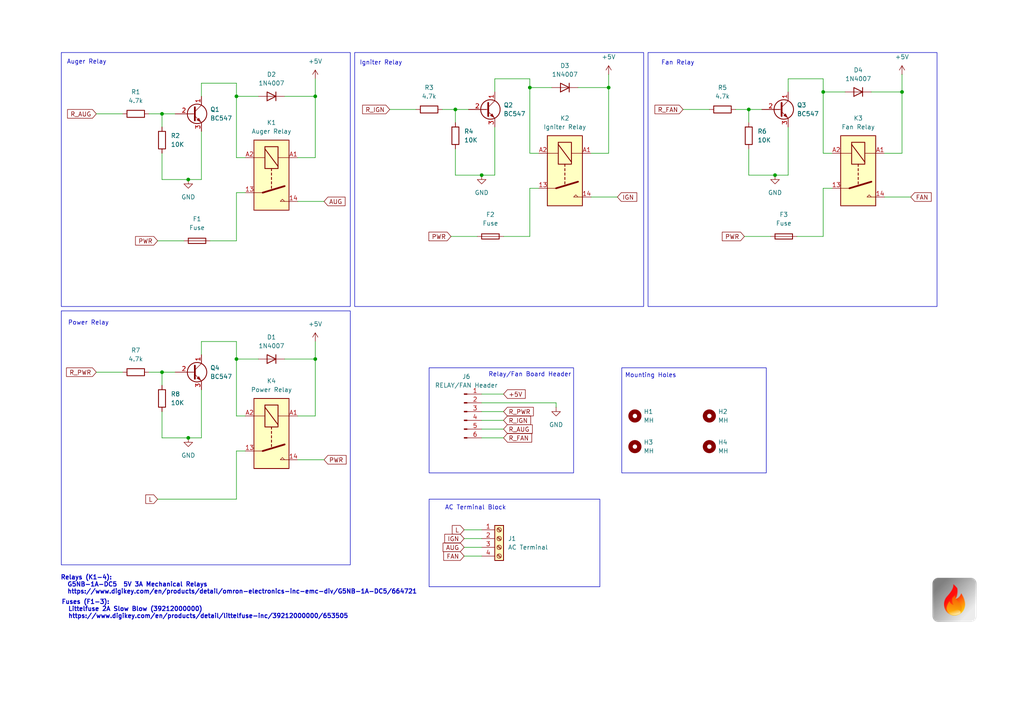
<source format=kicad_sch>
(kicad_sch (version 20231120) (generator "eeschema") (generator_version "8.0")
  (paper "A4")
  (title_block (title "PiFire Relay Module") (date "2024-05-09") (rev "v1.0.2") (company "PiFire") (comment 1 "https://github.com/nebhead/pifire") (comment 2 "Ben Parmeter"))
  (lib_symbols
    (symbol "Connector:Conn_01x06_Pin" (pin_names (offset 1.016) hide)
      (property "Reference" "J" (at 0 7.62 0))
      (property "Value" "Conn_01x06_Pin" (at 0 -10.16 0))
      (symbol "Conn_01x06_Pin_1_1"
        (polyline (pts (xy 1.27 -7.62) (xy 0.8636 -7.62)) (stroke (width 0.1524)))
        (polyline (pts (xy 1.27 -5.08) (xy 0.8636 -5.08)) (stroke (width 0.1524)))
        (polyline (pts (xy 1.27 -2.54) (xy 0.8636 -2.54)) (stroke (width 0.1524)))
        (polyline (pts (xy 1.27 0) (xy 0.8636 0)) (stroke (width 0.1524)))
        (polyline (pts (xy 1.27 2.54) (xy 0.8636 2.54)) (stroke (width 0.1524)))
        (polyline (pts (xy 1.27 5.08) (xy 0.8636 5.08)) (stroke (width 0.1524)))
        (rectangle (start 0.8636 -7.493) (end 0 -7.747) (stroke (width 0.1524)) (fill (type outline)))
        (rectangle (start 0.8636 -4.953) (end 0 -5.207) (stroke (width 0.1524)) (fill (type outline)))
        (rectangle (start 0.8636 -2.413) (end 0 -2.667) (stroke (width 0.1524)) (fill (type outline)))
        (rectangle (start 0.8636 0.127) (end 0 -0.127) (stroke (width 0.1524)) (fill (type outline)))
        (rectangle (start 0.8636 2.667) (end 0 2.413) (stroke (width 0.1524)) (fill (type outline)))
        (rectangle (start 0.8636 5.207) (end 0 4.953) (stroke (width 0.1524)) (fill (type outline)))
        (pin passive line (at 5.08 5.08 180) (length 3.81) (name "Pin_1") (number "1"))
        (pin passive line (at 5.08 2.54 180) (length 3.81) (name "Pin_2") (number "2"))
        (pin passive line (at 5.08 0 180) (length 3.81) (name "Pin_3") (number "3"))
        (pin passive line (at 5.08 -2.54 180) (length 3.81) (name "Pin_4") (number "4"))
        (pin passive line (at 5.08 -5.08 180) (length 3.81) (name "Pin_5") (number "5"))
        (pin passive line (at 5.08 -7.62 180) (length 3.81) (name "Pin_6") (number "6"))
      )
    )
    (symbol "Connector:Screw_Terminal_01x04" (pin_names (offset 1.016) hide)
      (property "Reference" "J" (at 0 5.08 0))
      (property "Value" "Screw_Terminal_01x04" (at 0 -7.62 0))
      (symbol "Screw_Terminal_01x04_1_1"
        (rectangle (start -1.27 3.81) (end 1.27 -6.35) (stroke (width 0.254)) (fill (type background)))
        (circle (center 0 -5.08) (radius 0.635) (stroke (width 0.1524)))
        (circle (center 0 -2.54) (radius 0.635) (stroke (width 0.1524)))
        (polyline (pts (xy -0.5334 -4.7498) (xy 0.3302 -5.588)) (stroke (width 0.1524)))
        (polyline (pts (xy -0.5334 -2.2098) (xy 0.3302 -3.048)) (stroke (width 0.1524)))
        (polyline (pts (xy -0.5334 0.3302) (xy 0.3302 -0.508)) (stroke (width 0.1524)))
        (polyline (pts (xy -0.5334 2.8702) (xy 0.3302 2.032)) (stroke (width 0.1524)))
        (polyline (pts (xy -0.3556 -4.572) (xy 0.508 -5.4102)) (stroke (width 0.1524)))
        (polyline (pts (xy -0.3556 -2.032) (xy 0.508 -2.8702)) (stroke (width 0.1524)))
        (polyline (pts (xy -0.3556 0.508) (xy 0.508 -0.3302)) (stroke (width 0.1524)))
        (polyline (pts (xy -0.3556 3.048) (xy 0.508 2.2098)) (stroke (width 0.1524)))
        (circle (center 0 0) (radius 0.635) (stroke (width 0.1524)))
        (circle (center 0 2.54) (radius 0.635) (stroke (width 0.1524)))
        (pin passive line (at -5.08 2.54 0) (length 3.81) (name "Pin_1") (number "1"))
        (pin passive line (at -5.08 0 0) (length 3.81) (name "Pin_2") (number "2"))
        (pin passive line (at -5.08 -2.54 0) (length 3.81) (name "Pin_3") (number "3"))
        (pin passive line (at -5.08 -5.08 0) (length 3.81) (name "Pin_4") (number "4"))
      )
    )
    (symbol "Device:D" (pin_numbers hide) (pin_names (offset 1.016) hide)
      (property "Reference" "D" (at 0 2.54 0))
      (property "Value" "D" (at 0 -2.54 0))
      (symbol "D_0_1"
        (polyline (pts (xy -1.27 1.27) (xy -1.27 -1.27)) (stroke (width 0.254)))
        (polyline (pts (xy 1.27 0) (xy -1.27 0)))
        (polyline (pts (xy 1.27 1.27) (xy 1.27 -1.27) (xy -1.27 0) (xy 1.27 1.27)) (stroke (width 0.254)))
      )
      (symbol "D_1_1"
        (pin passive line (at -3.81 0 0) (length 2.54) (name "K") (number "1"))
        (pin passive line (at 3.81 0 180) (length 2.54) (name "A") (number "2"))
      )
    )
    (symbol "Device:Fuse" (pin_numbers hide) (pin_names (offset 0))
      (property "Reference" "F" (at 2.032 0 90))
      (property "Value" "Fuse" (at -1.905 0 90))
      (symbol "Fuse_0_1"
        (rectangle (start -0.762 -2.54) (end 0.762 2.54) (stroke (width 0.254)))
        (polyline (pts (xy 0 2.54) (xy 0 -2.54)))
      )
      (symbol "Fuse_1_1"
        (pin passive line (at 0 3.81 270) (length 1.27) (name "~") (number "1"))
        (pin passive line (at 0 -3.81 90) (length 1.27) (name "~") (number "2"))
      )
    )
    (symbol "Device:R" (pin_numbers hide) (pin_names (offset 0))
      (property "Reference" "R" (at 2.032 0 90))
      (property "Value" "R" (at 0 0 90))
      (symbol "R_0_1"
        (rectangle (start -1.016 -2.54) (end 1.016 2.54) (stroke (width 0.254)))
      )
      (symbol "R_1_1"
        (pin passive line (at 0 3.81 270) (length 1.27) (name "~") (number "1"))
        (pin passive line (at 0 -3.81 90) (length 1.27) (name "~") (number "2"))
      )
    )
    (symbol "Mechanical:MountingHole" (pin_names (offset 1.016))
      (property "Reference" "H" (at 0 5.08 0))
      (property "Value" "MountingHole" (at 0 3.175 0))
      (symbol "MountingHole_0_1"
        (circle (center 0 0) (radius 1.27) (stroke (width 1.27)))
      )
    )
    (symbol "Relay:Relay_SPST-NO"
      (property "Reference" "K" (at 11.43 3.81 0))
      (property "Value" "Relay_SPST-NO" (at 11.43 1.27 0))
      (symbol "Relay_SPST-NO_0_0"
        (polyline (pts (xy 7.62 5.08) (xy 7.62 2.54) (xy 6.985 3.175) (xy 7.62 3.81)))
      )
      (symbol "Relay_SPST-NO_0_1"
        (rectangle (start -10.16 5.08) (end 10.16 -5.08) (stroke (width 0.254)) (fill (type background)))
        (rectangle (start -8.255 1.905) (end -1.905 -1.905) (stroke (width 0.254)))
        (polyline (pts (xy -7.62 -1.905) (xy -2.54 1.905)) (stroke (width 0.254)))
        (polyline (pts (xy -5.08 -5.08) (xy -5.08 -1.905)))
        (polyline (pts (xy -5.08 5.08) (xy -5.08 1.905)))
        (polyline (pts (xy -1.905 0) (xy -1.27 0)) (stroke (width 0.254)))
        (polyline (pts (xy -0.635 0) (xy 0 0)) (stroke (width 0.254)))
        (polyline (pts (xy 0.635 0) (xy 1.27 0)) (stroke (width 0.254)))
        (polyline (pts (xy 1.905 0) (xy 2.54 0)) (stroke (width 0.254)))
        (polyline (pts (xy 3.175 0) (xy 3.81 0)) (stroke (width 0.254)))
        (polyline (pts (xy 5.08 -2.54) (xy 3.175 3.81)) (stroke (width 0.508)))
        (polyline (pts (xy 5.08 -2.54) (xy 5.08 -5.08)))
      )
      (symbol "Relay_SPST-NO_1_1"
        (pin passive line (at 5.08 -7.62 90) (length 2.54) (name "~") (number "13"))
        (pin passive line (at 7.62 7.62 270) (length 2.54) (name "~") (number "14"))
        (pin passive line (at -5.08 7.62 270) (length 2.54) (name "~") (number "A1"))
        (pin passive line (at -5.08 -7.62 90) (length 2.54) (name "~") (number "A2"))
      )
    )
    (symbol "Transistor_BJT:BC547" (pin_names (offset 0) hide)
      (property "Reference" "Q" (at 5.08 1.905 0))
      (property "Value" "BC547" (at 5.08 0 0))
      (symbol "BC547_0_1"
        (polyline (pts (xy 0 0) (xy 0.635 0)))
        (polyline (pts (xy 0.635 0.635) (xy 2.54 2.54)))
        (polyline (pts (xy 0.635 -0.635) (xy 2.54 -2.54) (xy 2.54 -2.54)))
        (polyline (pts (xy 0.635 1.905) (xy 0.635 -1.905) (xy 0.635 -1.905)) (stroke (width 0.508)))
        (polyline (pts (xy 1.27 -1.778) (xy 1.778 -1.27) (xy 2.286 -2.286) (xy 1.27 -1.778) (xy 1.27 -1.778)) (fill (type outline)))
        (circle (center 1.27 0) (radius 2.8194) (stroke (width 0.254)))
      )
      (symbol "BC547_1_1"
        (pin passive line (at 2.54 5.08 270) (length 2.54) (name "C") (number "1"))
        (pin input line (at -5.08 0 0) (length 5.08) (name "B") (number "2"))
        (pin passive line (at 2.54 -5.08 90) (length 2.54) (name "E") (number "3"))
      )
    )
    (symbol "power:+5V" (power) (pin_numbers hide) (pin_names (offset 0) hide)
      (property "Value" "+5V" (at 0 3.556 0))
      (symbol "+5V_0_1"
        (polyline (pts (xy -0.762 1.27) (xy 0 2.54)))
        (polyline (pts (xy 0 0) (xy 0 2.54)))
        (polyline (pts (xy 0 2.54) (xy 0.762 1.27)))
      )
      (symbol "+5V_1_1"
        (pin power_in line (at 0 0 90) (length 0) (name "~") (number "1"))
      )
    )
    (symbol "power:GND" (power) (pin_numbers hide) (pin_names (offset 0) hide)
      (property "Value" "GND" (at 0 -3.81 0))
      (symbol "GND_0_1"
        (polyline (pts (xy 0 0) (xy 0 -1.27) (xy 1.27 -1.27) (xy 0 -2.54) (xy -1.27 -1.27) (xy 0 -1.27)))
      )
      (symbol "GND_1_1"
        (pin power_in line (at 0 0 270) (length 0) (name "~") (number "1"))
      )
    )
  )
  (junction (at 46.99 107.95))
  (junction (at 68.58 27.94))
  (junction (at 68.58 104.14))
  (junction (at 54.61 52.07))
  (junction (at 238.76 26.67))
  (junction (at 91.44 27.94))
  (junction (at 132.08 31.75))
  (junction (at 139.7 50.8))
  (junction (at 217.17 31.75))
  (junction (at 153.67 25.4))
  (junction (at 91.44 104.14))
  (junction (at 176.53 25.4))
  (junction (at 224.79 50.8))
  (junction (at 54.61 127))
  (junction (at 46.99 33.02))
  (junction (at 261.62 26.67))
  (wire (pts (xy 58.42 102.87) (xy 58.42 99.06)))
  (wire (pts (xy 146.05 124.46) (xy 139.7 124.46)))
  (wire (pts (xy 179.07 57.15) (xy 171.45 57.15)))
  (wire (pts (xy 91.44 27.94) (xy 91.44 45.72)))
  (wire (pts (xy 46.99 107.95) (xy 46.99 111.76)))
  (wire (pts (xy 198.12 31.75) (xy 205.74 31.75)))
  (wire (pts (xy 153.67 22.86) (xy 153.67 25.4)))
  (wire (pts (xy 176.53 25.4) (xy 176.53 44.45)))
  (wire (pts (xy 238.76 26.67) (xy 245.11 26.67)))
  (wire (pts (xy 261.62 44.45) (xy 256.54 44.45)))
  (wire (pts (xy 68.58 55.88) (xy 71.12 55.88)))
  (wire (pts (xy 113.03 31.75) (xy 120.65 31.75)))
  (wire (pts (xy 27.94 33.02) (xy 35.56 33.02)))
  (wire (pts (xy 153.67 44.45) (xy 156.21 44.45)))
  (wire (pts (xy 238.76 54.61) (xy 241.3 54.61)))
  (wire (pts (xy 58.42 99.06) (xy 68.58 99.06)))
  (wire (pts (xy 143.51 50.8) (xy 143.51 36.83)))
  (wire (pts (xy 58.42 52.07) (xy 58.42 38.1)))
  (wire (pts (xy 91.44 22.86) (xy 91.44 27.94)))
  (wire (pts (xy 264.16 57.15) (xy 256.54 57.15)))
  (wire (pts (xy 167.64 25.4) (xy 176.53 25.4)))
  (wire (pts (xy 217.17 31.75) (xy 220.98 31.75)))
  (wire (pts (xy 231.14 68.58) (xy 238.76 68.58)))
  (wire (pts (xy 132.08 50.8) (xy 139.7 50.8)))
  (wire (pts (xy 139.7 161.29) (xy 134.62 161.29)))
  (wire (pts (xy 176.53 21.59) (xy 176.53 25.4)))
  (wire (pts (xy 238.76 44.45) (xy 241.3 44.45)))
  (wire (pts (xy 27.94 107.95) (xy 35.56 107.95)))
  (wire (pts (xy 60.96 69.85) (xy 68.58 69.85)))
  (wire (pts (xy 176.53 44.45) (xy 171.45 44.45)))
  (wire (pts (xy 161.29 116.84) (xy 161.29 118.11)))
  (wire (pts (xy 217.17 50.8) (xy 224.79 50.8)))
  (wire (pts (xy 153.67 54.61) (xy 156.21 54.61)))
  (wire (pts (xy 82.55 104.14) (xy 91.44 104.14)))
  (wire (pts (xy 68.58 24.13) (xy 68.58 27.94)))
  (wire (pts (xy 68.58 130.81) (xy 71.12 130.81)))
  (wire (pts (xy 91.44 120.65) (xy 86.36 120.65)))
  (wire (pts (xy 132.08 43.18) (xy 132.08 50.8)))
  (wire (pts (xy 82.55 27.94) (xy 91.44 27.94)))
  (wire (pts (xy 46.99 127) (xy 54.61 127)))
  (wire (pts (xy 45.72 144.78) (xy 68.58 144.78)))
  (wire (pts (xy 215.9 68.58) (xy 223.52 68.58)))
  (wire (pts (xy 217.17 31.75) (xy 217.17 35.56)))
  (wire (pts (xy 139.7 158.75) (xy 134.62 158.75)))
  (wire (pts (xy 132.08 31.75) (xy 132.08 35.56)))
  (wire (pts (xy 252.73 26.67) (xy 261.62 26.67)))
  (wire (pts (xy 228.6 50.8) (xy 228.6 36.83)))
  (wire (pts (xy 139.7 116.84) (xy 161.29 116.84)))
  (wire (pts (xy 46.99 107.95) (xy 50.8 107.95)))
  (wire (pts (xy 153.67 25.4) (xy 160.02 25.4)))
  (wire (pts (xy 46.99 33.02) (xy 46.99 36.83)))
  (wire (pts (xy 68.58 120.65) (xy 71.12 120.65)))
  (wire (pts (xy 58.42 27.94) (xy 58.42 24.13)))
  (wire (pts (xy 46.99 44.45) (xy 46.99 52.07)))
  (wire (pts (xy 58.42 127) (xy 58.42 113.03)))
  (wire (pts (xy 130.81 68.58) (xy 138.43 68.58)))
  (wire (pts (xy 238.76 26.67) (xy 238.76 44.45)))
  (wire (pts (xy 46.99 119.38) (xy 46.99 127)))
  (wire (pts (xy 93.98 133.35) (xy 86.36 133.35)))
  (wire (pts (xy 146.05 121.92) (xy 139.7 121.92)))
  (wire (pts (xy 132.08 31.75) (xy 135.89 31.75)))
  (wire (pts (xy 68.58 99.06) (xy 68.58 104.14)))
  (wire (pts (xy 139.7 50.8) (xy 143.51 50.8)))
  (wire (pts (xy 43.18 107.95) (xy 46.99 107.95)))
  (wire (pts (xy 68.58 27.94) (xy 68.58 45.72)))
  (wire (pts (xy 228.6 22.86) (xy 238.76 22.86)))
  (wire (pts (xy 146.05 114.3) (xy 139.7 114.3)))
  (wire (pts (xy 146.05 127) (xy 139.7 127)))
  (wire (pts (xy 153.67 68.58) (xy 153.67 54.61)))
  (wire (pts (xy 45.72 69.85) (xy 53.34 69.85)))
  (wire (pts (xy 68.58 27.94) (xy 74.93 27.94)))
  (wire (pts (xy 261.62 26.67) (xy 261.62 44.45)))
  (wire (pts (xy 68.58 45.72) (xy 71.12 45.72)))
  (wire (pts (xy 217.17 43.18) (xy 217.17 50.8)))
  (wire (pts (xy 128.27 31.75) (xy 132.08 31.75)))
  (wire (pts (xy 146.05 119.38) (xy 139.7 119.38)))
  (wire (pts (xy 46.99 33.02) (xy 50.8 33.02)))
  (wire (pts (xy 228.6 26.67) (xy 228.6 22.86)))
  (wire (pts (xy 46.99 52.07) (xy 54.61 52.07)))
  (wire (pts (xy 91.44 104.14) (xy 91.44 120.65)))
  (wire (pts (xy 153.67 25.4) (xy 153.67 44.45)))
  (wire (pts (xy 91.44 45.72) (xy 86.36 45.72)))
  (wire (pts (xy 238.76 68.58) (xy 238.76 54.61)))
  (wire (pts (xy 143.51 22.86) (xy 153.67 22.86)))
  (wire (pts (xy 238.76 22.86) (xy 238.76 26.67)))
  (wire (pts (xy 146.05 68.58) (xy 153.67 68.58)))
  (wire (pts (xy 261.62 21.59) (xy 261.62 26.67)))
  (wire (pts (xy 43.18 33.02) (xy 46.99 33.02)))
  (wire (pts (xy 139.7 156.21) (xy 134.62 156.21)))
  (wire (pts (xy 213.36 31.75) (xy 217.17 31.75)))
  (wire (pts (xy 91.44 99.06) (xy 91.44 104.14)))
  (wire (pts (xy 68.58 69.85) (xy 68.58 55.88)))
  (wire (pts (xy 54.61 127) (xy 58.42 127)))
  (wire (pts (xy 224.79 50.8) (xy 228.6 50.8)))
  (wire (pts (xy 68.58 104.14) (xy 68.58 120.65)))
  (wire (pts (xy 68.58 144.78) (xy 68.58 130.81)))
  (wire (pts (xy 143.51 26.67) (xy 143.51 22.86)))
  (wire (pts (xy 68.58 104.14) (xy 74.93 104.14)))
  (wire (pts (xy 139.7 153.67) (xy 134.62 153.67)))
  (wire (pts (xy 58.42 24.13) (xy 68.58 24.13)))
  (wire (pts (xy 54.61 52.07) (xy 58.42 52.07)))
  (wire (pts (xy 93.98 58.42) (xy 86.36 58.42)))
  (rectangle (start 17.78 90.17) (end 101.6 163.83))
  (rectangle (start 102.87 15.24) (end 186.69 88.9))
  (rectangle (start 17.78 15.24) (end 101.6 88.9))
  (rectangle (start 180.34 106.68) (end 222.25 137.16))
  (rectangle (start 124.46 106.68) (end 166.37 137.16))
  (rectangle (start 187.96 15.24) (end 271.78 88.9))
  (rectangle (start 124.46 144.78) (end 173.99 170.18))
  (image (at 276.86 173.99) (scale 0.0682409))
  (text "Fan Relay" (at 196.596 18.288 0) (effects (font (size 1.27 1.27))))
  (text "Power Relay" (at 25.654 93.726 0) (effects (font (size 1.27 1.27))))
  (text "AC Terminal Block" (at 137.922 147.32 0) (effects (font (size 1.27 1.27))))
  (text "Fuses (F1-3): \n  Littelfuse 2A Slow Blow (39212000000)\n  https://www.digikey.com/en/products/detail/littelfuse-inc/39212000000/653505" (at 17.78 176.784 0) (effects (font (size 1.27 1.27) (thickness 0.254) (bold yes)) (justify left)))
  (text "Auger Relay" (at 25.146 18.034 0) (effects (font (size 1.27 1.27))))
  (text "Relay/Fan Board Header" (at 153.67 108.712 0) (effects (font (size 1.27 1.27))))
  (text "Relays (K1-4): \n  G5NB-1A-DC5  5V 3A Mechanical Relays \n  https://www.digikey.com/en/products/detail/omron-electronics-inc-emc-div/G5NB-1A-DC5/664721" (at 17.526 169.672 0) (effects (font (size 1.27 1.27) (thickness 0.254) (bold yes)) (justify left)))
  (text "Mounting Holes" (at 188.722 108.966 0) (effects (font (size 1.27 1.27))))
  (text "Igniter Relay" (at 110.49 18.288 0) (effects (font (size 1.27 1.27))))
  (global_label "AUG" (shape input) (at 93.98 58.42 0) (property "Intersheetrefs" "${INTERSHEET_REFS}" (effects (hide yes))))
  (global_label "R_IGN" (shape input) (at 146.05 121.92 0) (property "Intersheetrefs" "${INTERSHEET_REFS}" (effects (hide yes))))
  (global_label "R_AUG" (shape input) (at 146.05 124.46 0) (property "Intersheetrefs" "${INTERSHEET_REFS}" (effects (hide yes))))
  (global_label "+5V" (shape input) (at 146.05 114.3 0) (property "Intersheetrefs" "${INTERSHEET_REFS}" (effects (hide yes))))
  (global_label "R_FAN" (shape input) (at 198.12 31.75 180) (property "Intersheetrefs" "${INTERSHEET_REFS}" (effects (hide yes))))
  (global_label "IGN" (shape input) (at 134.62 156.21 180) (property "Intersheetrefs" "${INTERSHEET_REFS}" (effects (hide yes))))
  (global_label "FAN" (shape input) (at 134.62 161.29 180) (property "Intersheetrefs" "${INTERSHEET_REFS}" (effects (hide yes))))
  (global_label "R_AUG" (shape input) (at 27.94 33.02 180) (property "Intersheetrefs" "${INTERSHEET_REFS}" (effects (hide yes))))
  (global_label "FAN" (shape input) (at 264.16 57.15 0) (property "Intersheetrefs" "${INTERSHEET_REFS}" (effects (hide yes))))
  (global_label "AUG" (shape input) (at 134.62 158.75 180) (property "Intersheetrefs" "${INTERSHEET_REFS}" (effects (hide yes))))
  (global_label "PWR" (shape input) (at 215.9 68.58 180) (property "Intersheetrefs" "${INTERSHEET_REFS}" (effects (hide yes))))
  (global_label "PWR" (shape input) (at 93.98 133.35 0) (property "Intersheetrefs" "${INTERSHEET_REFS}" (effects (hide yes))))
  (global_label "L" (shape input) (at 134.62 153.67 180) (property "Intersheetrefs" "${INTERSHEET_REFS}" (effects (hide yes))))
  (global_label "R_PWR" (shape input) (at 27.94 107.95 180) (property "Intersheetrefs" "${INTERSHEET_REFS}" (effects (hide yes))))
  (global_label "IGN" (shape input) (at 179.07 57.15 0) (property "Intersheetrefs" "${INTERSHEET_REFS}" (effects (hide yes))))
  (global_label "PWR" (shape input) (at 45.72 69.85 180) (property "Intersheetrefs" "${INTERSHEET_REFS}" (effects (hide yes))))
  (global_label "R_PWR" (shape input) (at 146.05 119.38 0) (property "Intersheetrefs" "${INTERSHEET_REFS}" (effects (hide yes))))
  (global_label "L" (shape input) (at 45.72 144.78 180) (property "Intersheetrefs" "${INTERSHEET_REFS}" (effects (hide yes))))
  (global_label "R_IGN" (shape input) (at 113.03 31.75 180) (property "Intersheetrefs" "${INTERSHEET_REFS}" (effects (hide yes))))
  (global_label "PWR" (shape input) (at 130.81 68.58 180) (property "Intersheetrefs" "${INTERSHEET_REFS}" (effects (hide yes))))
  (global_label "R_FAN" (shape input) (at 146.05 127 0) (property "Intersheetrefs" "${INTERSHEET_REFS}" (effects (hide yes))))
  (symbol (lib_id "Transistor_BJT:BC547") (at 55.88 33.02 0) (unit 1)
    (property "Reference" "Q1" (at 60.96 31.7499 0) (effects (justify left)))
    (property "Value" "BC547" (at 60.96 34.2899 0) (effects (justify left)))
    (property "Footprint" "Package_TO_SOT_THT:TO-92L_Inline" (effects (hide yes)))
    (property "Datasheet" "https://www.onsemi.com/pub/Collateral/BC550-D.pdf" (effects (hide yes)))
    (property "Description" "BC547 Transistor.  I had several on hand from this kit: https://www.amazon.com/gp/product/B06Y4M2N29" (effects (hide yes)))
  )
  (symbol (lib_id "Device:R") (at 209.55 31.75 270) (unit 1)
    (property "Reference" "R5" (at 209.55 25.4 90))
    (property "Value" "4.7k" (at 209.55 27.94 90))
    (property "Footprint" "Resistor_THT:R_Axial_DIN0207_L6.3mm_D2.5mm_P7.62mm_Horizontal" (effects (hide yes)))
    (property "Description" "Standard 1/4W Axial Resistors." (effects (hide yes)))
  )
  (symbol (lib_id "power:+5V") (at 91.44 22.86 0) (unit 1)
    (property "Reference" "#PWR01" (effects (hide yes)))
    (property "Value" "+5V" (at 91.44 17.78 0))
    (property "Description" "Power symbol creates a global label with name \"+5V\"" (effects (hide yes)))
  )
  (symbol (lib_id "Device:R") (at 217.17 39.37 0) (unit 1)
    (property "Reference" "R6" (at 219.71 38.0999 0) (effects (justify left)))
    (property "Value" "10K" (at 219.71 40.6399 0) (effects (justify left)))
    (property "Footprint" "Resistor_THT:R_Axial_DIN0207_L6.3mm_D2.5mm_P7.62mm_Horizontal" (effects (hide yes)))
    (property "Description" "Standard 1/4W Axial Resistors." (effects (hide yes)))
  )
  (symbol (lib_id "power:GND") (at 54.61 127 0) (unit 1)
    (property "Reference" "#PWR07" (effects (hide yes)))
    (property "Value" "GND" (at 54.61 132.08 0))
    (property "Description" "Power symbol creates a global label with name \"GND\" , ground" (effects (hide yes)))
  )
  (symbol (lib_id "Device:D") (at 78.74 27.94 180) (unit 1)
    (property "Reference" "D2" (at 78.74 21.59 0))
    (property "Value" "1N4007" (at 78.74 24.13 0))
    (property "Footprint" "Diode_THT:D_DO-41_SOD81_P10.16mm_Horizontal" (effects (hide yes)))
    (property "Description" "1N4007 Axial  Through Hole Diodes.  I got mine in a kit of diodes: https://www.amazon.com/gp/product/B07Q5FZR7X" (effects (hide yes)))
    (property "Sim.Device" "D" (effects (hide yes)))
    (property "Sim.Pins" "1=K 2=A" (effects (hide yes)))
  )
  (symbol (lib_id "Device:Fuse") (at 227.33 68.58 90) (unit 1)
    (property "Reference" "F3" (at 227.33 62.23 90))
    (property "Value" "Fuse" (at 227.33 64.77 90))
    (property "Footprint" "Fuse:Fuse_Littelfuse_395Series" (effects (hide yes)))
    (property "Description" " Littelfuse 2A Slow Blow (39212000000)   https://www.digikey.com/en/products/detail/littelfuse-inc/39212000000/653505" (effects (hide yes)))
  )
  (symbol (lib_id "Relay:Relay_SPST-NO") (at 248.92 49.53 270) (unit 1)
    (property "Reference" "K3" (at 248.92 34.29 90))
    (property "Value" "Fan Relay" (at 248.92 36.83 90))
    (property "Footprint" "Relay_THT:Relay_SPST_Omron_G5NB" (effects (hide yes)))
    (property "Description" "G5NB-1A DC5 3A Mechanical Relay.  Nice compact relays that have good specs for this use case. https://www.digikey.com/en/products/detail/omron-electronics-inc-emc-div/G5NB-1A-DC5/664721" (effects (hide yes)))
  )
  (symbol (lib_id "Mechanical:MountingHole") (at 184.15 120.65 0) (unit 1)
    (property "Reference" "H1" (at 186.69 119.3799 0) (effects (justify left)))
    (property "Value" "MH" (at 186.69 121.9199 0) (effects (justify left)))
    (property "Footprint" "MountingHole:MountingHole_3.2mm_M3" (effects (hide yes)))
    (property "Description" "Mounting Hole without connection" (effects (hide yes)))
  )
  (symbol (lib_id "Mechanical:MountingHole") (at 184.15 129.54 0) (unit 1)
    (property "Reference" "H3" (at 186.69 128.2699 0) (effects (justify left)))
    (property "Value" "MH" (at 186.69 130.8099 0) (effects (justify left)))
    (property "Footprint" "MountingHole:MountingHole_3.2mm_M3" (effects (hide yes)))
    (property "Description" "Mounting Hole without connection" (effects (hide yes)))
  )
  (symbol (lib_id "power:+5V") (at 176.53 21.59 0) (unit 1)
    (property "Reference" "#PWR04" (effects (hide yes)))
    (property "Value" "+5V" (at 176.53 16.51 0))
    (property "Description" "Power symbol creates a global label with name \"+5V\"" (effects (hide yes)))
  )
  (symbol (lib_id "Mechanical:MountingHole") (at 205.74 120.65 0) (unit 1)
    (property "Reference" "H2" (at 208.28 119.3799 0) (effects (justify left)))
    (property "Value" "MH" (at 208.28 121.9199 0) (effects (justify left)))
    (property "Footprint" "MountingHole:MountingHole_3.2mm_M3" (effects (hide yes)))
    (property "Description" "Mounting Hole without connection" (effects (hide yes)))
  )
  (symbol (lib_id "Relay:Relay_SPST-NO") (at 78.74 125.73 270) (unit 1)
    (property "Reference" "K4" (at 78.74 110.49 90))
    (property "Value" "Power Relay" (at 78.74 113.03 90))
    (property "Footprint" "Relay_THT:Relay_SPST_Omron_G5NB" (effects (hide yes)))
    (property "Description" "G5NB-1A DC5 3A Mechanical Relay.  Nice compact relays that have good specs for this use case. https://www.digikey.com/en/products/detail/omron-electronics-inc-emc-div/G5NB-1A-DC5/664721" (effects (hide yes)))
  )
  (symbol (lib_id "Relay:Relay_SPST-NO") (at 78.74 50.8 270) (unit 1)
    (property "Reference" "K1" (at 78.74 35.56 90))
    (property "Value" "Auger Relay" (at 78.74 38.1 90))
    (property "Footprint" "Relay_THT:Relay_SPST_Omron_G5NB" (effects (hide yes)))
    (property "Description" " G5NB-1A DC5 3A Mechanical Relay.  Nice compact relays that have good specs for this use case. https://www.digikey.com/en/products/detail/omron-electronics-inc-emc-div/G5NB-1A-DC5/664721" (effects (hide yes)))
  )
  (symbol (lib_id "Device:D") (at 163.83 25.4 180) (unit 1)
    (property "Reference" "D3" (at 163.83 19.05 0))
    (property "Value" "1N4007" (at 163.83 21.59 0))
    (property "Footprint" "Diode_THT:D_DO-41_SOD81_P10.16mm_Horizontal" (effects (hide yes)))
    (property "Description" "1N4007 Axial  Through Hole Diodes.  I got mine in a kit of diodes: https://www.amazon.com/gp/product/B07Q5FZR7X" (effects (hide yes)))
    (property "Sim.Device" "D" (effects (hide yes)))
    (property "Sim.Pins" "1=K 2=A" (effects (hide yes)))
  )
  (symbol (lib_id "power:GND") (at 224.79 50.8 0) (unit 1)
    (property "Reference" "#PWR05" (effects (hide yes)))
    (property "Value" "GND" (at 224.79 55.88 0))
    (property "Description" "Power symbol creates a global label with name \"GND\" , ground" (effects (hide yes)))
  )
  (symbol (lib_id "Device:R") (at 46.99 40.64 0) (unit 1)
    (property "Reference" "R2" (at 49.53 39.3699 0) (effects (justify left)))
    (property "Value" "10K" (at 49.53 41.9099 0) (effects (justify left)))
    (property "Footprint" "Resistor_THT:R_Axial_DIN0207_L6.3mm_D2.5mm_P7.62mm_Horizontal" (effects (hide yes)))
    (property "Description" "Standard 1/4W Axial Resistors." (effects (hide yes)))
  )
  (symbol (lib_id "Device:R") (at 39.37 107.95 270) (unit 1)
    (property "Reference" "R7" (at 39.37 101.6 90))
    (property "Value" "4.7k" (at 39.37 104.14 90))
    (property "Footprint" "Resistor_THT:R_Axial_DIN0207_L6.3mm_D2.5mm_P7.62mm_Horizontal" (effects (hide yes)))
    (property "Description" "Standard 1/4W Axial Resistors." (effects (hide yes)))
  )
  (symbol (lib_id "Connector:Conn_01x06_Pin") (at 134.62 119.38 0) (unit 1)
    (property "Reference" "J6" (at 135.255 109.22 0))
    (property "Value" "RELAY/FAN Header" (at 135.255 111.76 0))
    (property "Footprint" "Connector_JST:JST_XH_B6B-XH-A_1x06_P2.50mm_Vertical" (effects (hide yes)))
    (property "Description" "6-Pin JST XH PCB Mount Connectors for input header.  Available from many sellers: https://www.amazon.com/Glarks-Housing-Connector-Perfectly-Compatible/dp/B07CTH46S7 " (effects (hide yes)))
  )
  (symbol (lib_id "power:+5V") (at 91.44 99.06 0) (unit 1)
    (property "Reference" "#PWR08" (effects (hide yes)))
    (property "Value" "+5V" (at 91.44 93.98 0))
    (property "Description" "Power symbol creates a global label with name \"+5V\"" (effects (hide yes)))
  )
  (symbol (lib_id "power:+5V") (at 261.62 21.59 0) (unit 1)
    (property "Reference" "#PWR06" (effects (hide yes)))
    (property "Value" "+5V" (at 261.62 16.51 0))
    (property "Description" "Power symbol creates a global label with name \"+5V\"" (effects (hide yes)))
  )
  (symbol (lib_id "Device:D") (at 78.74 104.14 180) (unit 1)
    (property "Reference" "D1" (at 78.74 97.79 0))
    (property "Value" "1N4007" (at 78.74 100.33 0))
    (property "Footprint" "Diode_THT:D_DO-41_SOD81_P10.16mm_Horizontal" (effects (hide yes)))
    (property "Description" "1N4007 Axial  Through Hole Diodes.  I got mine in a kit of diodes: https://www.amazon.com/gp/product/B07Q5FZR7X" (effects (hide yes)))
    (property "Sim.Device" "D" (effects (hide yes)))
    (property "Sim.Pins" "1=K 2=A" (effects (hide yes)))
  )
  (symbol (lib_id "Transistor_BJT:BC547") (at 226.06 31.75 0) (unit 1)
    (property "Reference" "Q3" (at 231.14 30.4799 0) (effects (justify left)))
    (property "Value" "BC547" (at 231.14 33.0199 0) (effects (justify left)))
    (property "Footprint" "Package_TO_SOT_THT:TO-92L_Inline" (effects (hide yes)))
    (property "Datasheet" "https://www.onsemi.com/pub/Collateral/BC550-D.pdf" (effects (hide yes)))
    (property "Description" "BC547 Transistor.  I had several on hand from this kit: https://www.amazon.com/gp/product/B06Y4M2N29" (effects (hide yes)))
  )
  (symbol (lib_id "Transistor_BJT:BC547") (at 55.88 107.95 0) (unit 1)
    (property "Reference" "Q4" (at 60.96 106.6799 0) (effects (justify left)))
    (property "Value" "BC547" (at 60.96 109.2199 0) (effects (justify left)))
    (property "Footprint" "Package_TO_SOT_THT:TO-92L_Inline" (effects (hide yes)))
    (property "Datasheet" "https://www.onsemi.com/pub/Collateral/BC550-D.pdf" (effects (hide yes)))
    (property "Description" "BC547 Transistor.  I had several on hand from this kit: https://www.amazon.com/gp/product/B06Y4M2N29" (effects (hide yes)))
  )
  (symbol (lib_id "power:GND") (at 54.61 52.07 0) (unit 1)
    (property "Reference" "#PWR02" (effects (hide yes)))
    (property "Value" "GND" (at 54.61 57.15 0))
    (property "Description" "Power symbol creates a global label with name \"GND\" , ground" (effects (hide yes)))
  )
  (symbol (lib_id "Device:Fuse") (at 57.15 69.85 90) (unit 1)
    (property "Reference" "F1" (at 57.15 63.5 90))
    (property "Value" "Fuse" (at 57.15 66.04 90))
    (property "Footprint" "Fuse:Fuse_Littelfuse_395Series" (effects (hide yes)))
    (property "Description" " Littelfuse 2A Slow Blow (39212000000)   https://www.digikey.com/en/products/detail/littelfuse-inc/39212000000/653505" (effects (hide yes)))
  )
  (symbol (lib_id "Device:R") (at 46.99 115.57 0) (unit 1)
    (property "Reference" "R8" (at 49.53 114.2999 0) (effects (justify left)))
    (property "Value" "10K" (at 49.53 116.8399 0) (effects (justify left)))
    (property "Footprint" "Resistor_THT:R_Axial_DIN0207_L6.3mm_D2.5mm_P7.62mm_Horizontal" (effects (hide yes)))
    (property "Description" "Standard 1/4W Axial Resistors." (effects (hide yes)))
  )
  (symbol (lib_id "power:GND") (at 161.29 118.11 0) (unit 1)
    (property "Reference" "#PWR09" (effects (hide yes)))
    (property "Value" "GND" (at 161.29 123.19 0))
    (property "Description" "Power symbol creates a global label with name \"GND\" , ground" (effects (hide yes)))
  )
  (symbol (lib_id "Device:R") (at 124.46 31.75 270) (unit 1)
    (property "Reference" "R3" (at 124.46 25.4 90))
    (property "Value" "4.7k" (at 124.46 27.94 90))
    (property "Footprint" "Resistor_THT:R_Axial_DIN0207_L6.3mm_D2.5mm_P7.62mm_Horizontal" (effects (hide yes)))
    (property "Description" "Standard 1/4W Axial Resistors." (effects (hide yes)))
  )
  (symbol (lib_id "Device:Fuse") (at 142.24 68.58 90) (unit 1)
    (property "Reference" "F2" (at 142.24 62.23 90))
    (property "Value" "Fuse" (at 142.24 64.77 90))
    (property "Footprint" "Fuse:Fuse_Littelfuse_395Series" (effects (hide yes)))
    (property "Description" " Littelfuse 2A Slow Blow (39212000000)   https://www.digikey.com/en/products/detail/littelfuse-inc/39212000000/653505" (effects (hide yes)))
  )
  (symbol (lib_id "Device:D") (at 248.92 26.67 180) (unit 1)
    (property "Reference" "D4" (at 248.92 20.32 0))
    (property "Value" "1N4007" (at 248.92 22.86 0))
    (property "Footprint" "Diode_THT:D_DO-41_SOD81_P10.16mm_Horizontal" (effects (hide yes)))
    (property "Description" "1N4007 Axial  Through Hole Diodes.  I got mine in a kit of diodes: https://www.amazon.com/gp/product/B07Q5FZR7X" (effects (hide yes)))
    (property "Sim.Device" "D" (effects (hide yes)))
    (property "Sim.Pins" "1=K 2=A" (effects (hide yes)))
  )
  (symbol (lib_id "Device:R") (at 39.37 33.02 270) (unit 1)
    (property "Reference" "R1" (at 39.37 26.67 90))
    (property "Value" "4.7k" (at 39.37 29.21 90))
    (property "Footprint" "Resistor_THT:R_Axial_DIN0207_L6.3mm_D2.5mm_P7.62mm_Horizontal" (effects (hide yes)))
    (property "Description" "Standard 1/4W Axial Resistors." (effects (hide yes)))
  )
  (symbol (lib_id "Relay:Relay_SPST-NO") (at 163.83 49.53 270) (unit 1)
    (property "Reference" "K2" (at 163.83 34.29 90))
    (property "Value" "Igniter Relay" (at 163.83 36.83 90))
    (property "Footprint" "Relay_THT:Relay_SPST_Omron_G5NB" (effects (hide yes)))
    (property "Description" "G5NB-1A DC5 3A Mechanical Relay.  Nice compact relays that have good specs for this use case. https://www.digikey.com/en/products/detail/omron-electronics-inc-emc-div/G5NB-1A-DC5/664721" (effects (hide yes)))
  )
  (symbol (lib_id "Transistor_BJT:BC547") (at 140.97 31.75 0) (unit 1)
    (property "Reference" "Q2" (at 146.05 30.4799 0) (effects (justify left)))
    (property "Value" "BC547" (at 146.05 33.0199 0) (effects (justify left)))
    (property "Footprint" "Package_TO_SOT_THT:TO-92L_Inline" (effects (hide yes)))
    (property "Datasheet" "https://www.onsemi.com/pub/Collateral/BC550-D.pdf" (effects (hide yes)))
    (property "Description" "BC547 Transistor.  I had several on hand from this kit: https://www.amazon.com/gp/product/B06Y4M2N29" (effects (hide yes)))
  )
  (symbol (lib_id "Device:R") (at 132.08 39.37 0) (unit 1)
    (property "Reference" "R4" (at 134.62 38.0999 0) (effects (justify left)))
    (property "Value" "10K" (at 134.62 40.6399 0) (effects (justify left)))
    (property "Footprint" "Resistor_THT:R_Axial_DIN0207_L6.3mm_D2.5mm_P7.62mm_Horizontal" (effects (hide yes)))
    (property "Description" "Standard 1/4W Axial Resistors." (effects (hide yes)))
  )
  (symbol (lib_id "Mechanical:MountingHole") (at 205.74 129.54 0) (unit 1)
    (property "Reference" "H4" (at 208.28 128.2699 0) (effects (justify left)))
    (property "Value" "MH" (at 208.28 130.8099 0) (effects (justify left)))
    (property "Footprint" "MountingHole:MountingHole_3.2mm_M3" (effects (hide yes)))
    (property "Description" "Mounting Hole without connection" (effects (hide yes)))
  )
  (symbol (lib_id "power:GND") (at 139.7 50.8 0) (unit 1)
    (property "Reference" "#PWR03" (effects (hide yes)))
    (property "Value" "GND" (at 139.7 55.88 0))
    (property "Description" "Power symbol creates a global label with name \"GND\" , ground" (effects (hide yes)))
  )
  (symbol (lib_id "Connector:Screw_Terminal_01x04") (at 144.78 156.21 0) (unit 1)
    (property "Reference" "J1" (at 147.32 156.2099 0) (effects (justify left)))
    (property "Value" "AC Terminal" (at 147.32 158.7499 0) (effects (justify left)))
    (property "Footprint" "TerminalBlock:TerminalBlock_bornier-4_P5.08mm" (effects (hide yes)))
    (property "Description" "Screw Terminal x4 (5.0mm pitch). Recommended terminals: https://www.amazon.com/dp/B01MT4LC0F" (effects (hide yes)))
  )
)
</source>
